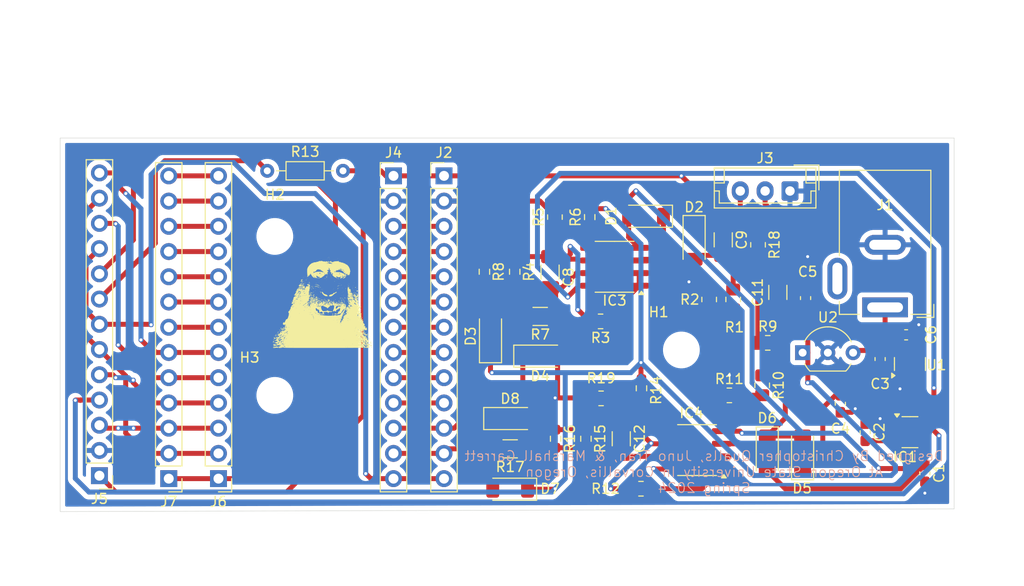
<source format=kicad_pcb>
(kicad_pcb (version 20240108) (generator "pcbnew") (generator_version "8.0")
  (layers (0 "F.Cu" signal) (31 "B.Cu" signal) (34 "B.Paste" user) (35 "F.Paste" user) (36 "B.SilkS" user "B.Silkscreen") (37 "F.SilkS" user "F.Silkscreen") (38 "B.Mask" user) (39 "F.Mask" user) (44 "Edge.Cuts" user))
  (net 0 "")
  (net 1 "GND")
  (net 2 "Net-(IC1-C1-)")
  (net 3 "Net-(IC1-C1+)")
  (net 4 "Vin")
  (net 5 "3V3_Out")
  (net 6 "5V_Vout")
  (net 7 "-5V_Vout")
  (net 8 "Net-(J2-Pin_8)")
  (net 9 "Net-(J2-Pin_3)")
  (net 10 "Net-(J2-Pin_9)")
  (net 11 "Net-(J2-Pin_10)")
  (net 12 "Net-(J2-Pin_4)")
  (net 13 "Net-(J2-Pin_5)")
  (net 14 "Net-(J2-Pin_13)")
  (net 15 "Net-(J6-Pin_11)")
  (net 16 "Net-(J6-Pin_7)")
  (net 17 "Net-(J6-Pin_10)")
  (net 18 "Net-(J6-Pin_9)")
  (net 19 "Net-(J6-Pin_8)")
  (net 20 "Net-(J6-Pin_12)")
  (net 21 "Net-(J6-Pin_13)")
  (net 22 "Ch1_In")
  (net 23 "Net-(IC3--IN2)")
  (net 24 "Net-(IC3-OUT)")
  (net 25 "Net-(D1-K)")
  (net 26 "Ch2_In")
  (net 27 "Net-(D5-A)")
  (net 28 "Net-(IC4-OUT)")
  (net 29 "Net-(IC4--IN2)")
  (net 30 "Ch1_Out")
  (net 31 "Ch2_Out")
  (net 32 "Net-(IC3--IN1)")
  (net 33 "Net-(IC3-+IN2)")
  (net 34 "Net-(IC4--IN1)")
  (net 35 "Net-(J5-Pin_9)")
  (net 36 "Net-(J5-Pin_12)")
  (net 37 "Net-(J5-Pin_11)")
  (net 38 "Net-(J5-Pin_5)")
  (net 39 "Net-(J5-Pin_8)")
  (net 40 "Net-(J5-Pin_13)")
  (net 41 "Net-(J5-Pin_3)")
  (net 42 "Net-(IC4-+IN2)")
  (net 43 "Net-(J2-Pin_6)")
  (net 44 "Net-(J2-Pin_7)")
  (net 45 "Net-(R1-Pad2)")
  (net 46 "Net-(R10-Pad2)")
  (footprint "Resistor_SMD:R_0805_2012Metric_Pad1.20x1.40mm_HandSolder" (layer "F.Cu") (at 232.246 51.644 -90)
    (property "Reference" "R18")
    (property "Value" "330k")
  )
  (footprint "Resistor_SMD:R_0805_2012Metric_Pad1.20x1.40mm_HandSolder" (layer "F.Cu") (at 211.816 48.856 90)
    (property "Reference" "R5")
    (property "Value" "10k")
  )
  (footprint "Capacitor_SMD:C_0603_1608Metric_Pad1.08x0.95mm_HandSolder" (layer "F.Cu") (at 240.526 67.644 -90)
    (property "Reference" "C4")
    (property "Value" "1uF")
  )
  (footprint "Resistor_SMD:R_0805_2012Metric_Pad1.20x1.40mm_HandSolder" (layer "F.Cu") (at 229.746 57.144 -90)
    (property "Reference" "R1")
    (property "Value" "330k")
  )
  (footprint "Resistor_SMD:R_1206_3216Metric_Pad1.30x1.75mm_HandSolder" (layer "F.Cu") (at 210.336 58.856 180)
    (property "Reference" "R7")
    (property "Value" "220")
  )
  (footprint "Connector_BarrelJack:BarrelJack_GCT_DCJ200-10-A_Horizontal" (layer "F.Cu") (at 245.026 57.944 180)
    (property "Reference" "J1")
    (property "Value" "Barrel_Jack")
  )
  (footprint "Package_TO_SOT_SMD:SOT-23" (layer "F.Cu") (at 247.526 63.644 90)
    (property "Reference" "U1")
    (property "Value" "MCP1703Ax-500xxTT")
  )
  (footprint "Package_SO:SOIC-8_3.9x4.9mm_P1.27mm" (layer "F.Cu") (at 226.11 72.311 180)
    (property "Reference" "IC4")
    (property "Value" "AD8092ARZ-REEL")
  )
  (footprint "Resistor_SMD:R_0805_2012Metric_Pad1.20x1.40mm_HandSolder" (layer "F.Cu") (at 229.362 66.802)
    (property "Reference" "R11")
    (property "Value" "330k")
  )
  (footprint "Package_TO_SOT_SMD:SOT-23-6" (layer "F.Cu") (at 247.526 70.5065)
    (property "Reference" "IC1")
    (property "Value" "XC6351A120MR-G")
  )
  (footprint "Capacitor_SMD:C_0603_1608Metric_Pad1.08x0.95mm_HandSolder" (layer "F.Cu") (at 247.142 60.706)
    (property "Reference" "C6")
    (property "Value" "1uF")
  )
  (footprint "LOGO" (layer "F.Cu") (at 188.468 57.15)
    (property "Reference" "G***" (hide yes))
    (property "Value" "LOGO" (hide yes))
  )
  (footprint "Resistor_THT:R_Axial_DIN0204_L3.6mm_D1.6mm_P7.62mm_Horizontal" (layer "F.Cu") (at 182.88 44.196)
    (property "Reference" "R13")
    (property "Value" "100")
  )
  (footprint "Resistor_SMD:R_0603_1608Metric_Pad0.98x0.95mm_HandSolder" (layer "F.Cu") (at 214.934 71.168 -90)
    (property "Reference" "R15")
    (property "Value" "33k")
  )
  (footprint "Diode_SMD:D_MiniMELF" (layer "F.Cu") (at 210.336 62.856)
    (property "Reference" "D4")
    (property "Value" "D")
  )
  (footprint "Resistor_SMD:R_0805_2012Metric_Pad1.20x1.40mm_HandSolder" (layer "F.Cu") (at 216.408 59.356 180)
    (property "Reference" "R3")
    (property "Value" "10k")
  )
  (footprint "Capacitor_SMD:C_1206_3216Metric_Pad1.33x1.80mm_HandSolder" (layer "F.Cu") (at 234.238 56.436 -90)
    (property "Reference" "C11")
    (property "Value" "0.1n")
  )
  (footprint "MountingHole:MountingHole_3.2mm_M3" (layer "F.Cu") (at 183.642 66.802)
    (property "Reference" "H3")
    (property "Value" "MountingHole")
  )
  (footprint "Resistor_SMD:R_0805_2012Metric_Pad1.20x1.40mm_HandSolder" (layer "F.Cu") (at 233.222 61.516)
    (property "Reference" "R9")
    (property "Value" "330k")
  )
  (footprint "Diode_SMD:D_MiniMELF" (layer "F.Cu") (at 220.98 48.768 180)
    (property "Reference" "D1")
    (property "Value" "D")
  )
  (footprint "Package_SO:SOIC-8_3.9x4.9mm_P1.27mm" (layer "F.Cu") (at 217.816 53.856 180)
    (property "Reference" "IC3")
    (property "Value" "AD8092ARZ-REEL")
  )
  (footprint "Diode_SMD:D_MiniMELF" (layer "F.Cu") (at 233.172 72.644 -90)
    (property "Reference" "D6")
    (property "Value" "D")
  )
  (footprint "Resistor_SMD:R_0603_1608Metric_Pad0.98x0.95mm_HandSolder" (layer "F.Cu") (at 220.522 66.088 90)
    (property "Reference" "R14")
    (property "Value" "33k")
  )
  (footprint "Resistor_SMD:R_0603_1608Metric_Pad0.98x0.95mm_HandSolder" (layer "F.Cu") (at 204.724 54.356 -90)
    (property "Reference" "R8")
    (property "Value" "33k")
  )
  (footprint "Resistor_SMD:R_0805_2012Metric_Pad1.20x1.40mm_HandSolder" (layer "F.Cu") (at 232.664 65.786 -90)
    (property "Reference" "R10")
    (property "Value" "330k")
  )
  (footprint "Diode_SMD:D_MiniMELF" (layer "F.Cu") (at 225.816 51.356 -90)
    (property "Reference" "D2")
    (property "Value" "D")
  )
  (footprint "Connector_JST:JST_EH_B3B-EH-A_1x03_P2.50mm_Vertical" (layer "F.Cu") (at 235.458 46.228 180)
    (property "Reference" "J3")
    (property "Value" "Conn_01x03_Socket")
  )
  (footprint "Resistor_SMD:R_0603_1608Metric_Pad0.98x0.95mm_HandSolder" (layer "F.Cu") (at 211.886 71.168 -90)
    (property "Reference" "R16")
    (property "Value" "33k")
  )
  (footprint "Diode_SMD:D_MiniMELF" (layer "F.Cu") (at 207.314 76.248 180)
    (property "Reference" "D7")
    (property "Value" "D")
  )
  (footprint "Capacitor_SMD:C_0603_1608Metric_Pad1.08x0.95mm_HandSolder" (layer "F.Cu") (at 249.026 74.644 -90)
    (property "Reference" "C1")
    (property "Value" "1uF")
  )
  (footprint "Resistor_SMD:R_0805_2012Metric_Pad1.20x1.40mm_HandSolder" (layer "F.Cu") (at 216.458 67.104 180)
    (property "Reference" "R19")
    (property "Value" "10k")
  )
  (footprint "Resistor_SMD:R_1206_3216Metric_Pad1.30x1.75mm_HandSolder" (layer "F.Cu") (at 207.314 72.184 180)
    (property "Reference" "R17")
    (property "Value" "220")
  )
  (footprint "Capacitor_SMD:C_0603_1608Metric_Pad1.08x0.95mm_HandSolder" (layer "F.Cu") (at 243.026 70.5065 -90)
    (property "Reference" "C2")
    (property "Value" "1uF")
  )
  (footprint "Resistor_SMD:R_0603_1608Metric_Pad0.98x0.95mm_HandSolder" (layer "F.Cu") (at 207.772 54.356 -90)
    (property "Reference" "R4")
    (property "Value" "33k")
  )
  (footprint "Capacitor_SMD:C_0603_1608Metric_Pad1.08x0.95mm_HandSolder" (layer "F.Cu") (at 244.526 63.144 -90)
    (property "Reference" "C3")
    (property "Value" "1uF")
  )
  (footprint "Diode_SMD:D_MiniMELF" (layer "F.Cu") (at 205.336 60.856 90)
    (property "Reference" "D3")
    (property "Value" "D")
  )
  (footprint "Connector_PinHeader_2.54mm:PinHeader_1x13_P2.54mm_Vertical" (layer "F.Cu") (at 195.58 44.704)
    (property "Reference" "J4")
    (property "Value" "Conn_01x13_Pin")
  )
  (footprint "Capacitor_SMD:C_0603_1608Metric_Pad1.08x0.95mm_HandSolder" (layer "F.Cu") (at 237.026 57.0065 -90)
    (property "Reference" "C5")
    (property "Value" "1uF")
  )
  (footprint "Capacitor_SMD:C_1206_3216Metric_Pad1.33x1.80mm_HandSolder" (layer "F.Cu") (at 228.746 51.144 -90)
    (property "Reference" "C9")
    (property "Value" "0.1n")
  )
  (footprint "Diode_SMD:D_MiniMELF" (layer "F.Cu") (at 207.314 69.136)
    (property "Reference" "D8")
    (property "Value" "D")
  )
  (footprint "Resistor_SMD:R_0603_1608Metric_Pad0.98x0.95mm_HandSolder" (layer "F.Cu") (at 215.316 48.856 90)
    (property "Reference" "R6")
    (property "Value" "33k")
  )
  (footprint "Connector_PinHeader_2.54mm:PinHeader_1x13_P2.54mm_Vertical" (layer "F.Cu") (at 172.974 75.184 180)
    (property "Reference" "J7")
    (property "Value" "Conn_01x13_Socket")
  )
  (footprint "Capacitor_SMD:C_1206_3216Metric_Pad1.33x1.80mm_HandSolder" (layer "F.Cu") (at 218.49 71.168 -90)
    (property "Reference" "C12")
    (property "Value" "0.1n")
  )
  (footprint "MountingHole:MountingHole_3.2mm_M3" (layer "F.Cu") (at 183.642 50.8)
    (property "Reference" "H2")
    (property "Value" "MountingHole")
  )
  (footprint "Package_TO_SOT_THT:TO-92_Inline_Wide" (layer "F.Cu") (at 236.728 62.504)
    (property "Reference" "U2")
    (property "Value" "L78L33_TO92")
  )
  (footprint "Resistor_SMD:R_0805_2012Metric_Pad1.20x1.40mm_HandSolder" (layer "F.Cu") (at 220.472 76.2 180)
    (property "Reference" "R12")
    (property "Value" "10k")
  )
  (footprint "Connector_PinHeader_2.54mm:PinHeader_1x13_P2.54mm_Vertical" (layer "F.Cu") (at 166 74.888 180)
    (property "Reference" "J5")
    (property "Value" "Conn_01x13_Socket")
  )
  (footprint "MountingHole:MountingHole_3.2mm_M3" (layer "F.Cu") (at 224.536 62.23)
    (property "Reference" "H1")
    (property "Value" "MountingHole")
  )
  (footprint "Connector_PinHeader_2.54mm:PinHeader_1x13_P2.54mm_Vertical" (layer "F.Cu") (at 177.974 75.184 180)
    (property "Reference" "J6")
    (property "Value" "Conn_01x13_Pin")
  )
  (footprint "Connector_PinHeader_2.54mm:PinHeader_1x13_P2.54mm_Vertical" (layer "F.Cu") (at 200.66 44.704)
    (property "Reference" "J2")
    (property "Value" "Conn_01x13_Socket")
  )
  (footprint "Resistor_SMD:R_0805_2012Metric_Pad1.20x1.40mm_HandSolder" (layer "F.Cu") (at 227.33 57.15 -90)
    (property "Reference" "R2")
    (property "Value" "330k")
  )
  (footprint "Diode_SMD:D_MiniMELF" (layer "F.Cu") (at 236.728 72.644 90)
    (property "Reference" "D5")
    (property "Value" "D")
  )
  (footprint "Capacitor_SMD:C_1206_3216Metric_Pad1.33x1.80mm_HandSolder" (layer "F.Cu") (at 211.328 54.3945 -90)
    (property "Reference" "C8")
    (property "Value" "0.1n")
  )
  (gr_line (start 251.968 40.894) (end 162.052 40.894) (stroke (width 0.05)) (layer "Edge.Cuts"))
  (gr_line (start 251.968 78.232) (end 162.052 78.5) (stroke (width 0.05)) (layer "Edge.Cuts"))
  (gr_line (start 162.052 78.5) (end 162.052 40.894) (stroke (width 0.05)) (layer "Edge.Cuts"))
  (gr_line (start 251.968 40.894) (end 251.968 78.232) (stroke (width 0.05)) (layer "Edge.Cuts"))
  (gr_text "Designed By Christopher Qualls, Juno Tran, & Marshall Garrett\nAt Oregon State University In Corvallis, Oregon\nSpring 2024" (at 226.822 76.708 0) (layer "B.SilkS") (effects (font (size 1 1) (thickness 0.1)) (justify bottom mirror)))
  (segment (start 237.026 56.144) (end 237.026 53.042) (width 0.5) (layer "F.Cu") (net 1))
  (segment (start 244.526 64.0065) (end 246.001 64.0065) (width 0.5) (layer "F.Cu") (net 1))
  (segment (start 240.7705 64.0065) (end 239.268 62.504) (width 0.5) (layer "F.Cu") (net 1))
  (segment (start 244.526 64.0065) (end 240.7705 64.0065) (width 0.5) (layer "F.Cu") (net 1))
  (segment (start 211.836 67.056) (end 215.41 67.056) (width 0.5) (layer "F.Cu") (net 1))
  (segment (start 248.0045 60.706) (end 248.0045 60.0975) (width 0.5) (layer "F.Cu") (net 1))
  (segment (start 244.9385 69.5565) (end 244.526 69.144) (width 0.5) (layer "F.Cu") (net 1))
  (segment (start 210.924 47.856) (end 210.312 47.244) (width 0.5) (layer "F.Cu") (net 1))
  (segment (start 212.086 62.856) (end 212.086 66.806) (width 0.5) (layer "F.Cu") (net 1))
  (segment (start 246.576 66.094) (end 246.526 66.144) (width 0.5) (layer "F.Cu") (net 1))
  (segment (start 228.362 66.802) (end 228.362 65.77) (width 0.5) (layer "F.Cu") (net 1))
  (segment (start 210.312 47.244) (end 200.66 47.244) (width 0.5) (layer "F.Cu") (net 1))
  (segment (start 227.33 56.15) (end 226.076 56.15) (width 0.5) (layer "F.Cu") (net 1))
  (segment (start 246.001 64.0065) (end 246.576 64.5815) (width 0.5) (layer "F.Cu") (net 1))
  (segment (start 237.026 53.042) (end 237.236 52.832) (width 0.5) (layer "F.Cu") (net 1))
  (segment (start 212.086 66.806) (end 211.836 67.056) (width 0.5) (layer "F.Cu") (net 1))
  (segment (start 246.3885 69.5565) (end 246.3885 70.5065) (width 0.5) (layer "F.Cu") (net 1))
  (segment (start 246.3885 69.5565) (end 244.9385 69.5565) (width 0.5) (layer "F.Cu") (net 1))
  (segment (start 215.41 67.056) (end 215.458 67.104) (width 0.5) (layer "F.Cu") (net 1))
  (segment (start 241.6635 68.5065) (end 242.026 68.144) (width 0.5) (layer "F.Cu") (net 1))
  (segment (start 209.756 69.136) (end 211.836 67.056) (width 0.5) (layer "F.Cu") (net 1))
  (segment (start 211.816 47.856) (end 210.924 47.856) (width 0.5) (layer "F.Cu") (net 1))
  (segment (start 248.0045 60.0975) (end 248.412 59.69) (width 0.5) (layer "F.Cu") (net 1))
  (segment (start 249.026 75.5065) (end 249.026 76.644) (width 0.5) (layer "F.Cu") (net 1))
  (segment (start 228.362 65.77) (end 229.362 64.77) (width 0.5) (layer "F.Cu") (net 1))
  (segment (start 240.526 68.5065) (end 241.6635 68.5065) (width 0.5) (layer "F.Cu") (net 1))
  (segment (start 246.576 64.5815) (end 246.576 66.094) (width 0.5) (layer "F.Cu") (net 1))
  (segment (start 226.076 56.15) (end 225.298 55.372) (width 0.5) (layer "F.Cu") (net 1))
  (segment (start 209.064 69.136) (end 209.756 69.136) (width 0.5) (layer "F.Cu") (net 1))
  (via (at 249.026 76.644) (size 0.5) (drill 0.3) (layers "F.Cu" "B.Cu") (net 1))
  (via (at 244.526 69.144) (size 0.5) (drill 0.3) (layers "F.Cu" "B.Cu") (net 1))
  (via (at 237.236 52.832) (size 0.5) (drill 0.3) (layers "F.Cu" "B.Cu") (net 1))
  (via (at 242.026 68.144) (size 0.5) (drill 0.3) (layers "F.Cu" "B.Cu") (net 1))
  (via (at 248.412 59.69) (size 0.5) (drill 0.3) (layers "F.Cu" "B.Cu") (net 1))
  (via (at 225.298 55.372) (size 0.5) (drill 0.3) (layers "F.Cu" "B.Cu") (net 1))
  (via (at 211.836 67.056) (size 0.5) (drill 0.3) (layers "F.Cu" "B.Cu") (net 1))
  (via (at 246.526 66.144) (size 0.5) (drill 0.3) (layers "F.Cu" "B.Cu") (net 1))
  (via (at 229.362 64.77) (size 0.5) (drill 0.3) (layers "F.Cu" "B.Cu") (net 1))
  (segment (start 249.026 68.644) (end 249.026 69.194) (width 0.5) (layer "F.Cu") (net 2))
  (segment (start 243.526 68.144) (end 248.526 68.144) (width 0.5) (layer "F.Cu") (net 2))
  (segment (start 249.026 69.194) (end 248.6635 69.5565) (width 0.5) (layer "F.Cu") (net 2))
  (segment (start 243.026 68.644) (end 243.526 68.144) (width 0.5) (layer "F.Cu") (net 2))
  (segment (start 243.026 69.644) (end 243.026 68.644) (width 0.5) (layer "F.Cu") (net 2))
  (segment (start 248.526 68.144) (end 249.026 68.644) (width 0.5) (layer "F.Cu") (net 2))
  (segment (start 246.301 71.369) (end 246.3885 71.4565) (width 0.5) (layer "F.Cu") (net 3))
  (segment (start 243.026 71.369) (end 246.301 71.369) (width 0.5) (layer "F.Cu") (net 3))
  (segment (start 245.026 60.706) (end 245.026 61.7815) (width 0.5) (layer "F.Cu") (net 4))
  (segment (start 244.951 62.7065) (end 244.526 62.2815) (width 0.5) (layer "F.Cu") (net 4))
  (segment (start 242.0305 62.2815) (end 241.808 62.504) (width 0.5) (layer "F.Cu") (net 4))
  (segment (start 245.026 61.7815) (end 244.526 62.2815) (width 0.5) (layer "F.Cu") (net 4))
  (segment (start 245.026 57.944) (end 245.026 60.706) (width 0.5) (layer "F.Cu") (net 4))
  (segment (start 246.2795 60.706) (end 245.026 60.706) (width 0.5) (layer "F.Cu") (net 4))
  (segment (start 244.526 62.2815) (end 242.0305 62.2815) (width 0.5) (layer "F.Cu") (net 4))
  (segment (start 247.526 62.7065) (end 244.951 62.7065) (width 0.5) (layer "F.Cu") (net 4))
  (segment (start 164.126 67.268) (end 163.618 67.268) (width 0.5) (layer "F.Cu") (net 5))
  (segment (start 211.788 76.248) (end 211.836 76.2) (width 0.5) (layer "F.Cu") (net 5))
  (segment (start 166 67.268) (end 164.126 67.268) (width 0.5) (layer "F.Cu") (net 5))
  (segment (start 163.618 67.268) (end 163.576 67.31) (width 0.5) (layer "F.Cu") (net 5))
  (segment (start 216.916 48.006) (end 215.3785 48.006) (width 0.5) (layer "F.Cu") (net 5))
  (segment (start 237.256 58.099) (end 237.026 57.869) (width 0.5) (layer "F.Cu") (net 5))
  (segment (start 237.256 62.504) (end 237.256 65.512) (width 0.5) (layer "F.Cu") (net 5))
  (segment (start 205.336 62.606) (end 205.336 64.366) (width 0.5) (layer "F.Cu") (net 5))
  (segment (start 209.064 76.248) (end 211.788 76.248) (width 0.5) (layer "F.Cu") (net 5))
  (segment (start 215.3785 48.006) (end 215.316 47.9435) (width 0.5) (layer "F.Cu") (net 5))
  (segment (start 220.472 63.5) (end 220.472 65.1255) (width 0.5) (layer "F.Cu") (net 5))
  (segment (start 164.126 67.268) (end 164.084 67.31) (width 0.5) (layer "F.Cu") (net 5))
  (segment (start 237.256 65.512) (end 237.236 65.532) (width 0.5) (layer "F.Cu") (net 5))
  (segment (start 237.256 62.504) (end 237.256 58.099) (width 0.5) (layer "F.Cu") (net 5))
  (segment (start 220.472 65.1255) (end 220.522 65.1755) (width 0.5) (layer "F.Cu") (net 5))
  (segment (start 205.336 64.366) (end 205.486 64.516) (width 0.5) (layer "F.Cu") (net 5))
  (via (at 237.236 65.532) (size 0.5) (drill 0.3) (layers "F.Cu" "B.Cu") (net 5))
  (via (at 163.576 67.31) (size 0.5) (drill 0.3) (layers "F.Cu" "B.Cu") (net 5))
  (via (at 211.836 76.2) (size 0.5) (drill 0.3) (layers "F.Cu" "B.Cu") (net 5))
  (via (at 220.472 63.5) (size 0.5) (drill 0.3) (layers "F.Cu" "B.Cu") (net 5))
  (via (at 205.486 64.516) (size 0.5) (drill 0.3) (layers "F.Cu" "B.Cu") (net 5))
  (via (at 216.916 48.006) (size 0.5) (drill 0.3) (layers "F.Cu" "B.Cu") (net 5))
  (segment (start 245.65395 74.868) (end 231.84 74.868) (width 0.5) (layer "B.Cu") (net 5))
  (segment (start 212.852 64.516) (end 219.456 64.516) (width 0.5) (layer "B.Cu") (net 5))
  (segment (start 205.486 64.516) (end 212.852 64.516) (width 0.5) (layer "B.Cu") (net 5))
  (segment (start 212.852 75.184) (end 212.852 64.516) (width 0.5) (layer "B.Cu") (net 5))
  (segment (start 219.456 64.516) (end 220.472 63.5) (width 0.5) (layer "B.Cu") (net 5))
  (segment (start 163.576 75.164) (end 164.946 76.534) (width 0.5) (layer "B.Cu") (net 5))
  (segment (start 211.502 76.534) (end 212.852 75.184) (width 0.5) (layer "B.Cu") (net 5))
  (segment (start 237.71795 65.532) (end 246.064 73.87805) (width 0.5) (layer "B.Cu") (net 5))
  (segment (start 246.064 73.87805) (end 246.064 74.45795) (width 0.5) (layer "B.Cu") (net 5))
  (segment (start 163.576 67.31) (end 163.576 75.164) (width 0.5) (layer "B.Cu") (net 5))
  (segment (start 220.472 51.562) (end 216.916 48.006) (width 0.5) (layer "B.Cu") (net 5))
  (segment (start 237.236 65.532) (end 237.71795 65.532) (width 0.5) (layer "B.Cu") (net 5))
  (segment (start 246.064 74.45795) (end 245.65395 74.868) (width 0.5) (layer "B.Cu") (net 5))
  (segment (start 231.84 74.868) (end 220.472 63.5) (width 0.5) (layer "B.Cu") (net 5))
  (segment (start 211.836 76.2) (end 212.852 75.184) (width 0.5) (layer "B.Cu") (net 5))
  (segment (start 164.946 76.534) (end 211.502 76.534) (width 0.5) (layer "B.Cu") (net 5))
  (segment (start 220.472 63.5) (end 220.472 51.562) (width 0.5) (layer "B.Cu") (net 5))
  (segment (start 236.728 74.394) (end 238.76 72.362) (width 0.5) (layer "F.Cu") (net 6))
  (segment (start 249.936 67.056) (end 249.936 66.04) (width 0.5) (layer "F.Cu") (net 6))
  (segment (start 225.816 45.984) (end 224.536 44.704) (width 0.5) (layer "F.Cu") (net 6))
  (segment (start 195.58 44.704) (end 200.66 44.704) (width 0.5) (layer "F.Cu") (net 6))
  (segment (start 242.0415 66.7815) (end 240.526 66.7815) (width 0.5) (layer "F.Cu") (net 6))
  (segment (start 248.6635 70.5065) (end 249.325999 70.5065) (width 0.5) (layer "F.Cu") (net 6))
  (segment (start 238.76 72.362) (end 238.76 68.072) (width 0.5) (layer "F.Cu") (net 6))
  (segment (start 242.316 67.056) (end 242.0415 66.7815) (width 0.5) (layer "F.Cu") (net 6))
  (segment (start 248.476 66.194) (end 247.614 67.056) (width 0.5) (layer "F.Cu") (net 6))
  (segment (start 247.614 67.056) (end 242.316 67.056) (width 0.5) (layer "F.Cu") (net 6))
  (segment (start 240.526 66.7815) (end 240.5885 66.844) (width 0.5) (layer "F.Cu") (net 6))
  (segment (start 250.444 70.866) (end 249.705249 70.127249) (width 0.5) (layer "F.Cu") (net 6))
  (segment (start 221.79 74.216) (end 221.742 74.168) (width 0.5) (layer "F.Cu") (net 6))
  (segment (start 249.936 67.654) (end 249.936 67.056) (width 0.5) (layer "F.Cu") (net 6))
  (segment (start 223.635 74.216) (end 221.79 74.216) (width 0.5) (layer "F.Cu") (net 6))
  (segment (start 192.532 44.196) (end 190.5 44.196) (width 0.5) (layer "F.Cu") (net 6))
  (segment (start 195.58 44.704) (end 194.818 44.704) (width 0.5) (layer "F.Cu") (net 6))
  (segment (start 215.341 55.761) (end 214.241 55.761) (width 0.5) (layer "F.Cu") (net 6))
  (segment (start 249.936 67.654) (end 248.476 66.194) (width 0.5) (layer "F.Cu") (net 6))
  (segment (start 240.0505 66.7815) (end 240.526 66.7815) (width 0.5) (layer "F.Cu") (net 6))
  (segment (start 220.914 44.704) (end 200.66 44.704) (width 0.5) (layer "F.Cu") (net 6))
  (segment (start 224.536 44.704) (end 220.914 44.704) (width 0.5) (layer "F.Cu") (net 6))
  (segment (start 249.936 69.896499) (end 249.936 67.654) (width 0.5) (layer "F.Cu") (net 6))
  (segment (start 214.241 55.761) (end 213.106 56.896) (width 0.5) (layer "F.Cu") (net 6))
  (segment (start 238.76 68.072) (end 240.0505 66.7815) (width 0.5) (layer "F.Cu") (net 6))
  (segment (start 194.31 44.196) (end 192.532 44.196) (width 0.5) (layer "F.Cu") (net 6))
  (segment (start 192.532 68.834) (end 192.532 44.196) (width 0.5) (layer "F.Cu") (net 6))
  (segment (start 249.705249 70.127249) (end 249.936 69.896499) (width 0.5) (layer "F.Cu") (net 6))
  (segment (start 249.325999 70.5065) (end 249.705249 70.127249) (width 0.5) (layer "F.Cu") (net 6))
  (segment (start 194.818 44.704) (end 194.31 44.196) (width 0.5) (layer "F.Cu") (net 6))
  (segment (start 225.816 49.606) (end 225.816 45.984) (width 0.5) (layer "F.Cu") (net 6))
  (segment (start 167.646 76.534) (end 184.832 76.534) (width 0.5) (layer "F.Cu") (net 6))
  (segment (start 248.476 66.194) (end 248.476 64.5815) (width 0.5) (layer "F.Cu") (net 6))
  (segment (start 166 74.888) (end 167.646 76.534) (width 0.5) (layer "F.Cu") (net 6))
  (segment (start 184.832 76.534) (end 192.532 68.834) (width 0.5) (layer "F.Cu") (net 6))
  (via (at 213.106 56.896) (size 0.5) (drill 0.3) (layers "F.Cu" "B.Cu") (net 6))
  (via (at 249.936 66.04) (size 0.5) (drill 0.3) (layers "F.Cu" "B.Cu") (net 6))
  (via (at 224.536 44.704) (size 0.5) (drill 0.3) (layers "F.Cu" "B.Cu") (net 6))
  (via (at 221.742 74.168) (size 0.5) (drill 0.3) (layers "F.Cu" "B.Cu") (net 6))
  (via (at 250.444 70.866) (size 0.5) (drill 0.3) (layers "F.Cu" "B.Cu") (net 6))
  (segment (start 210.058 46.736) (end 212.344 44.45) (width 0.5) (layer "B.Cu") (net 6))
  (segment (start 250.444 73.152) (end 250.444 70.866) (width 0.5) (layer "B.Cu") (net 6))
  (segment (start 249.936 66.04) (end 249.936 52.07) (width 0.5) (layer "B.Cu") (net 6))
  (segment (start 213.106 56.896) (end 210.058 53.848) (width 0.5) (layer "B.Cu") (net 6))
  (segment (start 242.316 44.45) (end 224.79 44.45) (width 0.5) (layer "B.Cu") (net 6))
  (segment (start 249.936 52.07) (end 242.316 44.45) (width 0.5) (layer "B.Cu") (net 6))
  (segment (start 221.742 74.168) (end 224.282 76.708) (width 0.5) (layer "B.Cu") (net 6))
  (segment (start 210.058 53.848) (end 210.058 46.736) (width 0.5) (layer "B.Cu") (net 6))
  (segment (start 246.888 76.708) (end 250.444 73.152) (width 0.5) (layer "B.Cu") (net 6))
  (segment (start 224.79 44.45) (end 224.536 44.704) (width 0.5) (layer "B.Cu") (net 6))
  (segment (start 212.344 44.45) (end 224.79 44.45) (width 0.5) (layer "B.Cu") (net 6))
  (segment (start 224.282 76.708) (end 246.888 76.708) (width 0.5) (layer "B.Cu") (net 6))
  (segment (start 219.23 48.768) (end 219.23 46.962) (width 0.5) (layer "F.Cu") (net 7))
  (segment (start 244.398 74.168) (end 244.348 74.118) (width 0.5) (layer "F.Cu") (net 7))
  (segment (start 248.6395 74.168) (end 249.026 73.7815) (width 0.5) (layer "F.Cu") (net 7))
  (segment (start 230.426 70.406) (end 230.632 70.612) (width 0.5) (layer "F.Cu") (net 7))
  (segment (start 219.23 50.89) (end 220.291 51.951) (width 0.5) (layer "F.Cu") (net 7))
  (segment (start 245.364 74.168) (end 244.398 74.168) (width 0.5) (layer "F.Cu") (net 7))
  (segment (start 219.23 46.962) (end 219.964 46.228) (width 0.5) (layer "F.Cu") (net 7))
  (segment (start 233.172 74.394) (end 234.978 76.2) (width 0.5) (layer "F.Cu") (net 7))
  (segment (start 248.6635 71.4565) (end 248.6635 73.419) (width 0.5) (layer "F.Cu") (net 7))
  (segment (start 228.585 70.406) (end 230.426 70.406) (width 0.5) (layer "F.Cu") (net 7))
  (segment (start 234.978 76.2) (end 246.6075 76.2) (width 0.5) (layer "F.Cu") (net 7))
  (segment (start 246.6075 76.2) (end 249.026 73.7815) (width 0.5) (layer "F.Cu") (net 7))
  (segment (start 248.6635 73.419) (end 249.026 73.7815) (width 0.5) (layer "F.Cu") (net 7))
  (segment (start 245.364 74.168) (end 248.6395 74.168) (width 0.5) (layer "F.Cu") (net 7))
  (segment (start 219.23 48.768) (end 219.23 50.89) (width 0.5) (layer "F.Cu") (net 7))
  (via (at 230.632 70.612) (size 0.5) (drill 0.3) (layers "F.Cu" "B.Cu") (net 7))
  (via (at 219.964 46.228) (size 0.5) (drill 0.3) (layers "F.Cu" "B.Cu") (net 7))
  (via (at 244.348 74.118) (size 0.5) (drill 0.3) (layers "F.Cu" "B.Cu") (net 7))
  (segment (start 231.648 57.912) (end 231.648 65.532) (width 0.5) (layer "B.Cu") (net 7))
  (segment (start 236.728 70.612) (end 237.236 70.612) (width 0.5) (layer "B.Cu") (net 7))
  (segment (start 219.964 46.228) (end 231.648 57.912) (width 0.5) (layer "B.Cu") (net 7))
  (segment (start 244.348 74.118) (end 240.842 70.612) (width 0.5) (layer "B.Cu") (net 7))
  (segment (start 231.648 65.532) (end 236.728 70.612) (width 0.5) (layer "B.Cu") (net 7))
  (segment (start 230.632 70.612) (end 237.236 70.612) (width 0.5) (layer "B.Cu") (net 7))
  (segment (start 240.842 70.612) (end 237.236 70.612) (width 0.5) (layer "B.Cu") (net 7))
  (segment (start 195.58 62.484) (end 200.66 62.484) (width 0.5) (layer "F.Cu") (net 8))
  (segment (start 195.58 49.784) (end 200.66 49.784) (width 0.5) (layer "F.Cu") (net 9))
  (segment (start 200.66 65.024) (end 195.58 65.024) (width 0.5) (layer "F.Cu") (net 10))
  (segment (start 195.58 67.564) (end 200.66 67.564) (width 0.5) (layer "F.Cu") (net 11))
  (segment (start 195.58 52.324) (end 200.66 52.324) (width 0.5) (layer "F.Cu") (net 12))
  (segment (start 200.66 54.864) (end 195.58 54.864) (width 0.5) (layer "F.Cu") (net 13))
  (segment (start 195.58 75.184) (end 193.294 75.184) (width 0.5) (layer "F.Cu") (net 14))
  (segment (start 171.154 59.648) (end 171.196 59.69) (width 0.5) (layer "F.Cu") (net 14))
  (segment (start 193.294 75.184) (end 192.786 74.676) (width 0.5) (layer "F.Cu") (net 14))
  (segment (start 164.65 58.298) (end 164.65 53.378) (width 0.5) (layer "F.Cu") (net 14))
  (segment (start 166 59.648) (end 171.154 59.648) (width 0.5) (layer "F.Cu") (net 14))
  (segment (start 166 59.648) (end 164.65 58.298) (width 0.5) (layer "F.Cu") (net 14))
  (segment (start 200.66 75.184) (end 195.58 75.184) (width 0.5) (layer "F.Cu") (net 14))
  (segment (start 164.65 53.378) (end 166 52.028) (width 0.5) (layer "F.Cu") (net 14))
  (via (at 192.786 74.676) (size 0.5) (drill 0.3) (layers "F.Cu" "B.Cu") (net 14))
  (via (at 171.196 59.69) (size 0.5) (drill 0.3) (layers "F.Cu" "B.Cu") (net 14))
  (segment (start 171.196 44.572811) (end 172.414811 43.354) (width 0.5) (layer "B.Cu") (net 14))
  (segment (start 179.498 43.354) (end 182.626 46.482) (width 0.5) (layer "B.Cu") (net 14))
  (segment (start 172.414811 43.354) (end 179.498 43.354) (width 0.5) (layer "B.Cu") (net 14))
  (segment (start 182.626 46.482) (end 187.706 46.482) (width 0.5) (layer "B.Cu") (net 14))
  (segment (start 187.706 46.482) (end 192.786 51.562) (width 0.5) (layer "B.Cu") (net 14))
  (segment (start 171.196 59.69) (end 171.196 44.572811) (width 0.5) (layer "B.Cu") (net 14))
  (segment (start 192.786 51.562) (end 192.786 74.676) (width 0.5) (layer "B.Cu") (net 14))
  (segment (start 172.974 49.784) (end 177.974 49.784) (width 0.5) (layer "F.Cu") (net 15))
  (segment (start 172.974 59.944) (end 177.974 59.944) (width 0.5) (layer "F.Cu") (net 16))
  (segment (start 177.974 52.324) (end 172.974 52.324) (width 0.5) (layer "F.Cu") (net 17))
  (segment (start 172.974 54.864) (end 177.974 54.864) (width 0.5) (layer "F.Cu") (net 18))
  (segment (start 177.974 57.404) (end 172.974 57.404) (width 0.5) (layer "F.Cu") (net 19))
  (segment (start 177.974 47.244) (end 172.974 47.244) (width 0.5) (layer "F.Cu") (net 20))
  (segment (start 172.974 44.704) (end 177.974 44.704) (width 0.5) (layer "F.Cu") (net 21))
  (segment (start 230.458 46.228) (end 230.458 49.115) (width 0.5) (layer "F.Cu") (net 22))
  (segment (start 230.458 49.115) (end 230.9245 49.5815) (width 0.5) (layer "F.Cu") (net 22))
  (segment (start 232.246 50.644) (end 231.987 50.644) (width 0.5) (layer "F.Cu") (net 22))
  (segment (start 228.746 49.5815) (end 230.9245 49.5815) (width 0.5) (layer "F.Cu") (net 22))
  (segment (start 231.987 50.644) (end 230.9245 49.5815) (width 0.5) (layer "F.Cu") (net 22))
  (segment (start 215.408 59.356) (end 215.312 59.356) (width 0.5) (layer "F.Cu") (net 23))
  (segment (start 214.257 53.221) (end 215.341 53.221) (width 0.5) (layer "F.Cu") (net 23))
  (segment (start 211.328 52.832) (end 208.3835 52.832) (width 0.5) (layer "F.Cu") (net 23))
  (segment (start 207.772 53.4435) (end 204.724 53.4435) (width 0.5) (layer "F.Cu") (net 23))
  (segment (start 213.36 52.578) (end 213.106 52.832) (width 0.5) (layer "F.Cu") (net 23))
  (segment (start 214.122 53.086) (end 214.257 53.221) (width 0.5) (layer "F.Cu") (net 23))
  (segment (start 215.312 59.356) (end 214.122 58.166) (width 0.5) (layer "F.Cu") (net 23))
  (segment (start 213.36 51.816) (end 213.36 52.578) (width 0.5) (layer "F.Cu") (net 23))
  (segment (start 208.3835 52.832) (end 207.772 53.4435) (width 0.5) (layer "F.Cu") (net 23))
  (segment (start 213.36 53.086) (end 214.122 53.086) (width 0.5) (layer "F.Cu") (net 23))
  (segment (start 213.106 52.832) (end 213.36 53.086) (width 0.5) (layer "F.Cu") (net 23))
  (segment (start 211.328 52.832) (end 213.106 52.832) (width 0.5) (layer "F.Cu") (net 23))
  (via (at 213.36 51.816) (size 0.5) (drill 0.3) (layers "F.Cu" "B.Cu") (net 23))
  (via (at 214.122 58.166) (size 0.5) (drill 0.3) (layers "F.Cu" "B.Cu") (net 23))
  (segment (start 214.122 58.166) (end 214.122 52.578) (width 0.5) (layer "B.Cu") (net 23))
  (segment (start 214.122 52.578) (end 213.36 51.816) (width 0.5) (layer "B.Cu") (net 23))
  (segment (start 211.328 55.957) (end 208.4605 55.957) (width 0.5) (layer "F.Cu") (net 24))
  (segment (start 211.886 56.515) (end 211.328 55.957) (width 0.5) (layer "F.Cu") (net 24))
  (segment (start 208.4605 55.957) (end 207.772 55.2685) (width 0.5) (layer "F.Cu") (net 24))
  (segment (start 212.521 55.957) (end 211.328 55.957) (width 0.5) (layer "F.Cu") (net 24))
  (segment (start 207.772 55.2685) (end 204.724 55.2685) (width 0.5) (layer "F.Cu") (net 24))
  (segment (start 213.987 54.491) (end 212.521 55.957) (width 0.5) (layer "F.Cu") (net 24))
  (segment (start 215.341 54.491) (end 213.987 54.491) (width 0.5) (layer "F.Cu") (net 24))
  (segment (start 211.886 58.856) (end 211.886 56.515) (width 0.5) (layer "F.Cu") (net 24))
  (segment (start 222.73 52.316) (end 223.52 53.106) (width 0.5) (layer "F.Cu") (net 25))
  (segment (start 229.746 53.7065) (end 228.746 52.7065) (width 0.5) (layer "F.Cu") (net 25))
  (segment (start 229.746 56.144) (end 229.746 53.7065) (width 0.5) (layer "F.Cu") (net 25))
  (segment (start 225.816 53.106) (end 223.52 53.106) (width 0.5) (layer "F.Cu") (net 25))
  (segment (start 228.746 52.7065) (end 226.2155 52.7065) (width 0.5) (layer "F.Cu") (net 25))
  (segment (start 232.1835 52.7065) (end 232.246 52.644) (width 0.5) (layer "F.Cu") (net 25))
  (segment (start 222.73 48.768) (end 222.73 52.316) (width 0.5) (layer "F.Cu") (net 25))
  (segment (start 228.746 52.7065) (end 232.1835 52.7065) (width 0.5) (layer "F.Cu") (net 25))
  (segment (start 220.406 53.106) (end 220.291 53.221) (width 0.5) (layer "F.Cu") (net 25))
  (segment (start 226.2155 52.7065) (end 225.816 53.106) (width 0.5) (layer "F.Cu") (net 25))
  (segment (start 223.52 53.106) (end 220.406 53.106) (width 0.5) (layer "F.Cu") (net 25))
  (segment (start 232.958 46.228) (end 232.958 47.538) (width 0.5) (layer "F.Cu") (net 26))
  (segment (start 234.696 50.292) (end 234.746 50.342) (width 0.5) (layer "F.Cu") (net 26))
  (segment (start 234.238 53.798) (end 234.746 53.29) (width 0.5) (layer "F.Cu") (net 26))
  (segment (start 234.696 49.276) (end 234.696 50.292) (width 0.5) (layer "F.Cu") (net 26))
  (segment (start 232.222 61.516) (end 232.222 56.8895) (width 0.5) (layer "F.Cu") (net 26))
  (segment (start 234.238 54.8735) (end 234.238 53.798) (width 0.5) (layer "F.Cu") (net 26))
  (segment (start 234.746 50.342) (end 234.746 53.29) (width 0.5) (layer "F.Cu") (net 26))
  (segment (start 232.958 47.538) (end 234.696 49.276) (width 0.5) (layer "F.Cu") (net 26))
  (segment (start 232.222 56.8895) (end 234.238 54.8735) (width 0.5) (layer "F.Cu") (net 26))
  (segment (start 234.988 64.046) (end 234.188 63.246) (width 0.5) (layer "F.Cu") (net 27))
  (segment (start 233.172 70.894) (end 236.728 70.894) (width 0.5) (layer "F.Cu") (net 27))
  (segment (start 232.664 64.77) (end 234.188 63.246) (width 0.5) (layer "F.Cu") (net 27))
  (segment (start 234.988 69.078) (end 234.988 64.046) (width 0.5) (layer "F.Cu") (net 27))
  (segment (start 233.172 70.894) (end 232.39 71.676) (width 0.5) (layer "F.Cu") (net 27))
  (segment (start 232.664 64.786) (end 232.664 64.77) (width 0.5) (layer "F.Cu") (net 27))
  (segment (start 233.172 70.894) (end 234.988 69.078) (width 0.5) (layer "F.Cu") (net 27))
  (segment (start 234.222 58.0145) (end 234.238 57.9985) (width 0.5) (layer "F.Cu") (net 27))
  (segment (start 234.188 62.738) (end 234.222 62.704) (width 0.5) (layer "F.Cu") (net 27))
  (segment (start 234.222 62.704) (end 234.222 61.516) (width 0.5) (layer "F.Cu") (net 27))
  (segment (start 234.188 63.246) (end 234.188 62.738) (width 0.5) (layer "F.Cu") (net 27))
  (segment (start 232.39 71.676) (end 228.585 71.676) (width 0.5) (layer "F.Cu") (net 27))
  (segment (start 234.222 61.516) (end 234.222 58.0145) (width 0.5) (layer "F.Cu") (net 27))
  (segment (start 211.886 72.0805) (end 208.9675 72.0805) (width 0.5) (layer "F.Cu") (net 28))
  (segment (start 214.934 72.0805) (end 217.84 72.0805) (width 0.5) (layer "F.Cu") (net 28))
  (segment (start 208.9675 72.0805) (end 208.864 72.184) (width 0.5) (layer "F.Cu") (net 28))
  (segment (start 223.635 72.946) (end 218.7055 72.946) (width 0.5) (layer "F.Cu") (net 28))
  (segment (start 217.84 72.0805) (end 218.49 72.7305) (width 0.5) (layer "F.Cu") (net 28))
  (segment (start 218.7055 72.946) (end 218.49 72.7305) (width 0.5) (layer "F.Cu") (net 28))
  (segment (start 211.886 72.0805) (end 214.934 72.0805) (width 0.5) (layer "F.Cu") (net 28))
  (segment (start 218.49 69.6055) (end 219.4655 69.6055) (width 0.5) (layer "F.Cu") (net 29))
  (segment (start 223.635 71.676) (end 221.536 71.676) (width 0.5) (layer "F.Cu") (net 29))
  (segment (start 218.49 69.6055) (end 215.584 69.6055) (width 0.5) (layer "F.Cu") (net 29))
  (segment (start 219.4655 69.6055) (end 221.488 71.628) (width 0.5) (layer "F.Cu") (net 29))
  (segment (start 221.536 71.676) (end 221.488 71.628) (width 0.5) (layer "F.Cu") (net 29))
  (segment (start 217.424 76.2) (end 219.472 76.2) (width 0.5) (layer "F.Cu") (net 29))
  (segment (start 214.934 70.2555) (end 211.886 70.2555) (width 0.5) (layer "F.Cu") (net 29))
  (segment (start 215.584 69.6055) (end 214.934 70.2555) (width 0.5) (layer "F.Cu") (net 29))
  (via (at 217.424 76.2) (size 0.5) (drill 0.3) (layers "F.Cu" "B.Cu") (net 29))
  (via (at 221.488 71.628) (size 0.5) (drill 0.3) (layers "F.Cu" "B.Cu") (net 29))
  (segment (start 221.488 71.628) (end 217.424 75.692) (width 0.5) (layer "B.Cu") (net 29))
  (segment (start 217.424 75.692) (end 217.424 76.2) (width 0.5) (layer "B.Cu") (net 29))
  (segment (start 208.586 65.48) (end 208.026 66.04) (width 0.5) (layer "F.Cu") (net 30))
  (segment (start 208.586 62.856) (end 208.586 59.056) (width 0.5) (layer "F.Cu") (net 30))
  (segment (start 205.586 58.856) (end 205.336 59.106) (width 0.5) (layer "F.Cu") (net 30))
  (segment (start 208.586 59.056) (end 208.786 58.856) (width 0.5) (layer "F.Cu") (net 30))
  (segment (start 208.586 62.856) (end 208.586 65.48) (width 0.5) (layer "F.Cu") (net 30))
  (segment (start 205.74 66.04) (end 201.676 70.104) (width 0.5) (layer "F.Cu") (net 30))
  (segment (start 208.026 66.04) (end 205.74 66.04) (width 0.5) (layer "F.Cu") (net 30))
  (segment (start 200.66 70.104) (end 195.58 70.104) (width 0.5) (layer "F.Cu") (net 30))
  (segment (start 208.786 58.856) (end 205.586 58.856) (width 0.5) (layer "F.Cu") (net 30))
  (segment (start 201.676 70.104) (end 200.66 70.104) (width 0.5) (layer "F.Cu") (net 30))
  (segment (start 205.564 76.248) (end 205.564 72.384) (width 0.5) (layer "F.Cu") (net 31))
  (segment (start 201.12 72.184) (end 200.66 72.644) (width 0.5) (layer "F.Cu") (net 31))
  (segment (start 205.564 71.984) (end 205.764 72.184) (width 0.5) (layer "F.Cu") (net 31))
  (segment (start 205.764 72.184) (end 201.12 72.184) (width 0.5) (layer "F.Cu") (net 31))
  (segment (start 195.58 72.644) (end 200.66 72.644) (width 0.5) (layer "F.Cu") (net 31))
  (segment (start 205.564 69.136) (end 205.564 71.984) (width 0.5) (layer "F.Cu") (net 31))
  (segment (start 205.564 72.384) (end 205.764 72.184) (width 0.5) (layer "F.Cu") (net 31))
  (segment (start 220.291 54.491) (end 220.291 55.761) (width 0.5) (layer "F.Cu") (net 32))
  (segment (start 217.408 59.356) (end 217.408 58.644) (width 0.5) (layer "F.Cu") (net 32))
  (segment (start 217.408 58.644) (end 220.291 55.761) (width 0.5) (layer "F.Cu") (net 32))
  (segment (start 215.316 49.7685) (end 215.316 51.926) (width 0.5) (layer "F.Cu") (net 33))
  (segment (start 215.2285 49.856) (end 215.316 49.7685) (width 0.5) (layer "F.Cu") (net 33))
  (segment (start 215.316 51.926) (end 215.341 51.951) (width 0.5) (layer "F.Cu") (net 33))
  (segment (start 211.816 49.856) (end 215.2285 49.856) (width 0.5) (layer "F.Cu") (net 33))
  (segment (start 221.472 76.2) (end 226.601 76.2) (width 0.5) (layer "F.Cu") (net 34))
  (segment (start 228.585 72.946) (end 228.585 74.216) (width 0.5) (layer "F.Cu") (net 34))
  (segment (start 226.601 76.2) (end 228.585 74.216) (width 0.5) (layer "F.Cu") (net 34))
  (segment (start 171.45 42.164) (end 184.658 42.164) (width 0.5) (layer "F.Cu") (net 35))
  (segment (start 169.418 44.196) (end 171.45 42.164) (width 0.5) (layer "F.Cu") (net 35))
  (segment (start 166 54.568) (end 169.418 51.15) (width 0.5) (layer "F.Cu") (net 35))
  (segment (start 184.658 42.164) (end 189.738 47.244) (width 0.5) (layer "F.Cu") (net 35))
  (segment (start 180.594 75.184) (end 177.974 75.184) (width 0.5) (layer "F.Cu") (net 35))
  (segment (start 172.974 75.184) (end 177.974 75.184) (width 0.5) (layer "F.Cu") (net 35))
  (segment (start 189.738 66.04) (end 180.594 75.184) (width 0.5) (layer "F.Cu") (net 35))
  (segment (start 189.738 47.244) (end 189.738 66.04) (width 0.5) (layer "F.Cu") (net 35))
  (segment (start 169.418 51.15) (end 169.418 44.196) (width 0.5) (layer "F.Cu") (net 35))
  (segment (start 170.688 72.644) (end 168.644 70.6) (width 0.5) (layer "F.Cu") (net 36))
  (segment (start 168.644 70.6) (end 168.644 64.832) (width 0.5) (layer "F.Cu") (net 36))
  (segment (start 177.974 72.644) (end 172.974 72.644) (width 0.5) (layer "F.Cu") (net 36))
  (segment (start 166 46.948) (end 163.9 49.048) (width 0.5) (layer "F.Cu") (net 36))
  (segment (start 163.9 49.048) (end 163.9 60.088) (width 0.5) (layer "F.Cu") (net 36))
  (segment (start 163.9 60.088) (end 166 62.188) (width 0.5) (layer "F.Cu") (net 36))
  (segment (start 172.974 72.644) (end 170.688 72.644) (width 0.5) (layer "F.Cu") (net 36))
  (segment (start 168.644 64.832) (end 166 62.188) (width 0.5) (layer "F.Cu") (net 36))
  (segment (start 166.042 49.53) (end 166 49.488) (width 0.5) (layer "F.Cu") (net 37))
  (segment (start 166 49.488) (end 167.598 49.488) (width 0.5) (layer "F.Cu") (net 37))
  (segment (start 177.974 65.024) (end 172.974 65.024) (width 0.5) (layer "F.Cu") (net 37))
  (segment (start 167.598 49.488) (end 167.64 49.53) (width 0.5) (layer "F.Cu") (net 37))
  (segment (start 171.196 65.024) (end 167.894 61.722) (width 0.5) (layer "F.Cu") (net 37))
  (segment (start 171.196 65.024) (end 172.974 65.024) (width 0.5) (layer "F.Cu") (net 37))
  (via (at 167.64 49.53) (size 0.5) (drill 0.3) (layers "F.Cu" "B.Cu") (net 37))
  (via (at 167.894 61.722) (size 0.5) (drill 0.3) (layers "F.Cu" "B.Cu") (net 37))
  (segment (start 167.894 61.722) (end 167.894 49.784) (width 0.5) (layer "B.Cu") (net 37))
  (segment (start 167.894 49.784) (end 167.64 49.53) (width 0.5) (layer "B.Cu") (net 37))
  (segment (start 166 64.728) (end 167.344 64.728) (width 0.5) (layer "F.Cu") (net 38))
  (segment (start 167.344 64.728) (end 167.64 65.024) (width 0.5) (layer "F.Cu") (net 38))
  (segment (start 172.974 67.564) (end 177.974 67.564) (width 0.5) (layer "F.Cu") (net 38))
  (segment (start 171.45 67.564) (end 169.394 65.508) (width 0.5) (layer "F.Cu") (net 38))
  (segment (start 169.394 65.508) (end 169.394 65.270951) (width 0.5) (layer "F.Cu") (net 38))
  (segment (start 171.45 67.564) (end 172.974 67.564) (width 0.5) (layer "F.Cu") (net 38))
  (via (at 167.64 65.024) (size 0.5) (drill 0.3) (layers "F.Cu" "B.Cu") (net 38))
  (via (at 169.394 65.270951) (size 0.5) (drill 0.3) (layers "F.Cu" "B.Cu") (net 38))
  (segment (start 169.394 65.270951) (end 169.156951 65.270951) (width 0.5) (layer "B.Cu") (net 38))
  (segment (start 167.64 65.024) (end 168.91 65.024) (width 0.5) (layer "B.Cu") (net 38))
  (segment (start 169.156951 65.270951) (end 168.91 65.024) (width 0.5) (layer "B.Cu") (net 38))
  (segment (start 166 57.108) (end 171.624 51.484) (width 0.5) (layer "F.Cu") (net 39))
  (segment (start 172.588811 43.18) (end 181.864 43.18) (width 0.5) (layer "F.Cu") (net 39))
  (segment (start 171.624 51.484) (end 171.624 44.144811) (width 0.5) (layer "F.Cu") (net 39))
  (segment (start 171.624 44.144811) (end 172.588811 43.18) (width 0.5) (layer "F.Cu") (net 39))
  (segment (start 181.864 43.18) (end 182.88 44.196) (width 0.5) (layer "F.Cu") (net 39))
  (segment (start 168.106 44.408) (end 168.106 45.932) (width 0.5) (layer "F.Cu") (net 40))
  (segment (start 168.106 45.932) (end 168.656 46.482) (width 0.5) (layer "F.Cu") (net 40))
  (segment (start 171.196 62.23) (end 171.45 62.23) (width 0.5) (layer "F.Cu") (net 40))
  (segment (start 170.18 61.214) (end 171.196 62.23) (width 0.5) (layer "F.Cu") (net 40))
  (segment (start 171.45 62.23) (end 171.704 62.484) (width 0.5) (layer "F.Cu") (net 40))
  (segment (start 171.704 62.484) (end 172.974 62.484) (width 0.5) (layer "F.Cu") (net 40))
  (segment (start 166 44.408) (end 168.106 44.408) (width 0.5) (layer "F.Cu") (net 40))
  (segment (start 177.974 62.484) (end 172.974 62.484) (width 0.5) (layer "F.Cu") (net 40))
  (via (at 168.656 46.482) (size 0.5) (drill 0.3) (layers "F.Cu" "B.Cu") (net 40))
  (via (at 170.18 61.214) (size 0.5) (drill 0.3) (layers "F.Cu" "B.Cu") (net 40))
  (segment (start 170.18 48.006) (end 170.18 61.214) (width 0.5) (layer "B.Cu") (net 40))
  (segment (start 168.656 46.482) (end 170.18 48.006) (width 0.5) (layer "B.Cu") (net 40))
  (segment (start 177.974 70.104) (end 172.974 70.104) (width 0.5) (layer "F.Cu") (net 41))
  (segment (start 171.704 70.104) (end 169.418 70.104) (width 0.5) (layer "F.Cu") (net 41))
  (segment (start 166.296 70.104) (end 166 69.808) (width 0.5) (layer "F.Cu") (net 41))
  (segment (start 167.894 70.104) (end 166.296 70.104) (width 0.5) (layer "F.Cu") (net 41))
  (segment (start 172.974 70.104) (end 171.704 70.104) (width 0.5) (layer "F.Cu") (net 41))
  (via (at 167.894 70.104) (size 0.5) (drill 0.3) (layers "F.Cu" "B.Cu") (net 41))
  (via (at 169.418 70.104) (size 0.5) (drill 0.3) (layers "F.Cu" "B.Cu") (net 41))
  (segment (start 169.418 70.104) (end 167.894 70.104) (width 0.5) (layer "B.Cu") (net 41))
  (segment (start 217.458 67.104) (end 220.4185 67.104) (width 0.5) (layer "F.Cu") (net 42))
  (segment (start 220.522 67.293) (end 223.635 70.406) (width 0.5) (layer "F.Cu") (net 42))
  (segment (start 220.522 67.0005) (end 220.522 67.293) (width 0.5) (layer "F.Cu") (net 42))
  (segment (start 220.4185 67.104) (end 220.522 67.0005) (width 0.5) (layer "F.Cu") (net 42))
  (segment (start 195.58 57.404) (end 200.66 57.404) (width 0.5) (layer "F.Cu") (net 43))
  (segment (start 200.66 59.944) (end 195.58 59.944) (width 0.5) (layer "F.Cu") (net 44))
  (segment (start 229.746 58.144) (end 227.336 58.144) (width 0.5) (layer "F.Cu") (net 45))
  (segment (start 227.336 58.144) (end 227.33 58.15) (width 0.5) (layer "F.Cu") (net 45))
  (segment (start 230.378 66.786) (end 230.362 66.802) (width 0.5) (layer "F.Cu") (net 46))
  (segment (start 232.664 66.786) (end 230.378 66.786) (width 0.5) (layer "F.Cu") (net 46))
  (zone (net 1) (net_name "GND") (layer "B.Cu") (connect_pads (clearance 0.5)) (min_thickness 0.25) (fill yes (thermal_gap 0.5) (thermal_bridge_width 0.5))
    (polygon (pts (xy 259 31) (xy 258 86) (xy 156 86) (xy 158 27)))
  )
)
</source>
